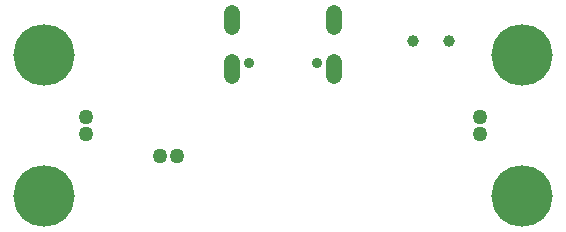
<source format=gbr>
G04 EAGLE Gerber RS-274X export*
G75*
%MOMM*%
%FSLAX34Y34*%
%LPD*%
%INSoldermask Bottom*%
%IPPOS*%
%AMOC8*
5,1,8,0,0,1.08239X$1,22.5*%
G01*
%ADD10C,1.361200*%
%ADD11C,0.903200*%
%ADD12C,1.261200*%
%ADD13C,1.003200*%
%ADD14C,5.203200*%


D10*
X281325Y172349D02*
X281325Y160769D01*
X194925Y160769D02*
X194925Y172349D01*
X281325Y202569D02*
X281325Y214149D01*
X194925Y214149D02*
X194925Y202569D01*
D11*
X267025Y171859D03*
X209225Y171859D03*
D12*
X71438Y111563D03*
X71438Y126563D03*
D13*
X378141Y190500D03*
X348141Y190500D03*
D12*
X148516Y93266D03*
X133516Y93266D03*
X404813Y126563D03*
X404813Y111563D03*
D14*
X35719Y178594D03*
X35719Y59531D03*
X440531Y59531D03*
X440531Y178594D03*
M02*

</source>
